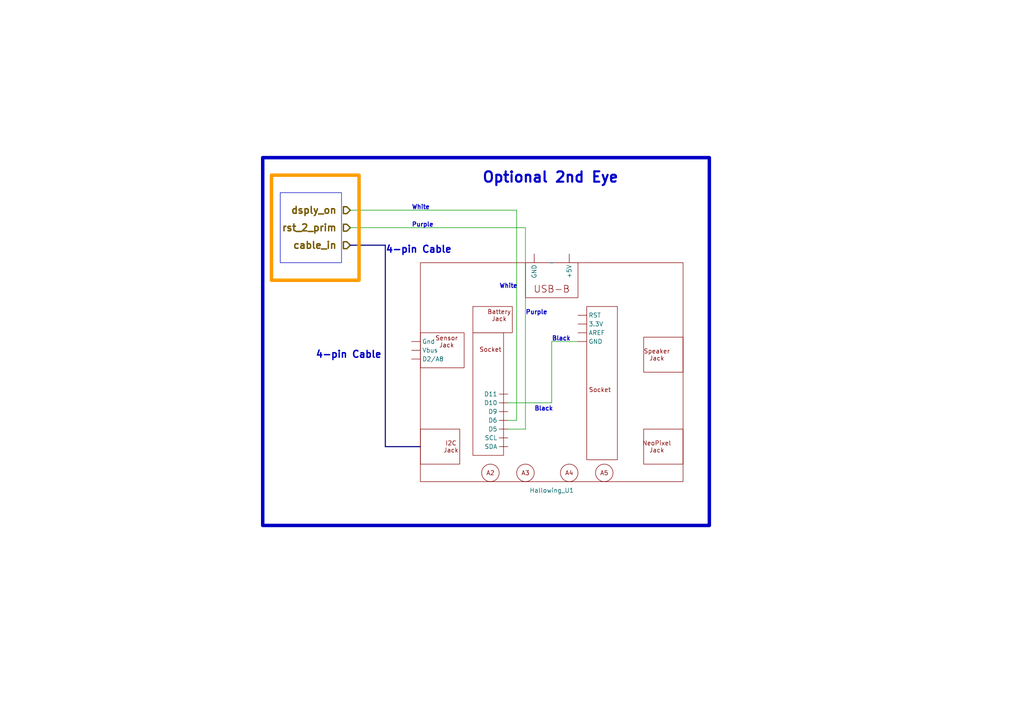
<source format=kicad_sch>
(kicad_sch (version 20231120) (generator "eeschema") (generator_version "8.0")
  (paper "A4")
  (title_block (title "Skull-Project 1.0") (date "2024-09-28") (rev "1.0") (company "github.com/Mark-MDO47/Skull-Project") (comment 2 "NOTE: Hallowing as from display side (not connector side)"))
  (lib_symbols
    (symbol "Hallowing_M4_1" (pin_numbers hide)
      (property "Reference" "Hallowing_U1" (at 0 -64.77 0))
      (symbol "Hallowing_M4_1_0_1"
        (rectangle (start -38.1 0) (end 38.1 -63.5))
        (rectangle (start -7.62 0) (end 7.62 -10.16))
      )
      (symbol "Hallowing_M4_1_1_1"
        (rectangle (start -38.1 -48.26) (end -26.67 -58.42))
        (rectangle (start -38.1 -20.32) (end -25.4 -30.48))
        (rectangle (start -22.86 -20.32) (end -13.97 -55.88))
        (rectangle (start -22.86 -12.7) (end -11.43 -20.32))
        (circle (center -17.78 -60.96) (radius 2.54))
        (circle (center -7.62 -60.96) (radius 2.54))
        (circle (center 5.08 -60.96) (radius 2.54))
        (rectangle (start 10.16 -12.7) (end 19.05 -57.15))
        (circle (center 15.24 -60.96) (radius 2.54))
        (rectangle (start 26.67 -48.26) (end 38.1 -58.42))
        (rectangle (start 26.67 -21.59) (end 38.1 -31.75))
        (text "\n\nSocket" (at -17.78 -20.32 0) (effects (font (size 1.27 1.27)) (justify top)))
        (text "A2" (at -17.78 -60.96 0) (effects (font (size 1.27 1.27))))
        (text "A3" (at -7.62 -60.96 0) (effects (font (size 1.27 1.27))))
        (text "A4" (at 5.08 -60.96 0) (effects (font (size 1.27 1.27))))
        (text "A5" (at 15.24 -60.96 0) (effects (font (size 1.27 1.27))))
        (text "Battery\nJack" (at -15.24 -15.24 0) (effects (font (size 1.27 1.27))))
        (text "I2C\nJack" (at -29.21 -53.34 0) (effects (font (size 1.27 1.27))))
        (text "NeoPixel\nJack" (at 30.48 -53.34 0) (effects (font (size 1.27 1.27))))
        (text "Sensor\nJack" (at -30.48 -22.86 0) (effects (font (size 1.27 1.27))))
        (text "Socket" (at 13.97 -36.83 0) (effects (font (size 1.27 1.27))))
        (text "Speaker\nJack" (at 30.48 -26.67 0) (effects (font (size 1.27 1.27))))
        (text "USB-B" (at 0 -7.62 0) (effects (font (size 2 2))))
        (pin power_in line (at 5.08 2.54 270) (length 2.54) (name "+5V") (number ""))
        (pin output line (at 7.62 -17.78 0) (length 2.54) (name "3.3V") (number ""))
        (pin input line (at 7.62 -20.32 0) (length 2.54) (name "AREF") (number ""))
        (pin input line (at -12.7 -40.64 180) (length 2.54) (name "D10") (number ""))
        (pin output line (at -12.7 -38.1 180) (length 2.54) (name "D11") (number ""))
        (pin input line (at -40.64 -27.94 0) (length 2.54) (name "D2/A8") (number ""))
        (pin output line (at -12.7 -48.26 180) (length 2.54) (name "D5") (number ""))
        (pin input line (at -12.7 -45.72 180) (length 2.54) (name "D6") (number ""))
        (pin output line (at -12.7 -43.18 180) (length 2.54) (name "D9") (number ""))
        (pin power_in line (at -5.08 2.54 270) (length 2.54) (name "GND") (number ""))
        (pin output line (at 7.62 -22.86 0) (length 2.54) (name "GND") (number ""))
        (pin output line (at -40.64 -22.86 0) (length 2.54) (name "Gnd") (number ""))
        (pin input line (at 7.62 -15.24 0) (length 2.54) (name "RST") (number ""))
        (pin output line (at -12.7 -50.8 180) (length 2.54) (name "SCL") (number ""))
        (pin output line (at -12.7 -53.34 180) (length 2.54) (name "SDA") (number ""))
        (pin output line (at -40.64 -25.4 0) (length 2.54) (name "Vbus") (number ""))
      )
    )
  )
  (bus (pts (xy 101.6 71.12) (xy 111.76 71.12)))
  (wire (pts (xy 101.6 60.96) (xy 149.86 60.96)))
  (wire (pts (xy 147.32 116.84) (xy 160.02 116.84)))
  (wire (pts (xy 147.32 124.46) (xy 152.4 124.46)))
  (wire (pts (xy 167.64 99.06) (xy 160.02 99.06)))
  (wire (pts (xy 149.86 60.96) (xy 149.86 121.92)))
  (wire (pts (xy 152.4 124.46) (xy 152.4 66.04)))
  (bus (pts (xy 111.76 71.12) (xy 111.76 129.54)))
  (bus (pts (xy 111.76 129.54) (xy 121.92 129.54)))
  (wire (pts (xy 160.02 116.84) (xy 160.02 99.06)))
  (wire (pts (xy 152.4 66.04) (xy 101.6 66.04)))
  (wire (pts (xy 147.32 121.92) (xy 149.86 121.92)))
  (rectangle (start 78.74 50.8) (end 104.14 81.28) (stroke (width 1) (color 255 153 0 1)))
  (rectangle (start 81.28 55.88) (end 99.06 76.2))
  (rectangle (start 76.2 45.72) (end 205.74 152.4) (stroke (width 1)))
  (rectangle (start 88.9 50.8) (end 88.9 50.8))
  (text "Black" (at 154.94 119.38 0) (effects (font (size 1.27 1.27) (bold yes)) (justify left bottom)))
  (text "Black" (at 160.02 99.06 0) (effects (font (size 1.27 1.27) (bold yes)) (justify left bottom)))
  (text "Purple" (at 152.4 91.44 0) (effects (font (size 1.27 1.27) (bold yes)) (justify left bottom)))
  (text "White" (at 119.38 60.96 0) (effects (font (size 1.27 1.27) (bold yes)) (justify left bottom)))
  (text "4-pin Cable" (at 111.76 73.66 0) (effects (font (size 2 2) (bold yes)) (justify left bottom)))
  (text "Purple" (at 119.38 66.04 0) (effects (font (size 1.27 1.27) (bold yes)) (justify left bottom)))
  (text "4-pin Cable" (at 91.44 104.14 0) (effects (font (size 2 2) (bold yes)) (justify left bottom)))
  (text "Optional 2nd Eye" (at 139.7 53.34 0) (effects (font (size 3 3) (thickness 0.6) (bold yes)) (justify left bottom)))
  (text "White" (at 144.78 83.82 0) (effects (font (size 1.27 1.27) (bold yes)) (justify left bottom)))
  (hierarchical_label "rst_2_prim " (shape input) (at 101.6 66.04 180) (effects (font (size 2 2) (thickness 0.4) (bold yes))))
  (hierarchical_label "dsply_on " (shape input) (at 101.6 60.96 180) (effects (font (size 2 2) (bold yes))))
  (hierarchical_label "cable_in " (shape input) (at 101.6 71.12 180) (effects (font (size 2 2) (bold yes))))
  (symbol (lib_name "Hallowing_M4_1") (lib_id "mdoLibrary:Hallowing_M4") (at 160.02 76.2 0) (unit 1)
    (property "Reference" "Hallowing_U1" (at 160.02 142.24 0))
    (property "Value" "~" (at 160.02 76.2 0))
  )
)
</source>
